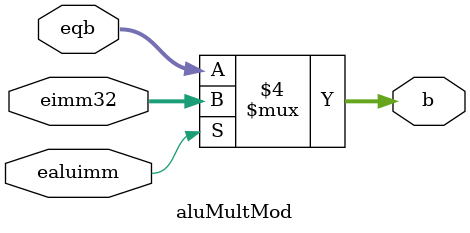
<source format=v>
`timescale 1ns / 1ps
module aluMultMod(
 input [31:0] eqb,
 input [31:0] eimm32,
 input ealuimm,
 output reg [31:0] b
 );
 
always @(*) begin
 if (ealuimm == 0) begin
 b = eqb;
 end else begin
 b = eimm32;
 end
end
endmodule


</source>
